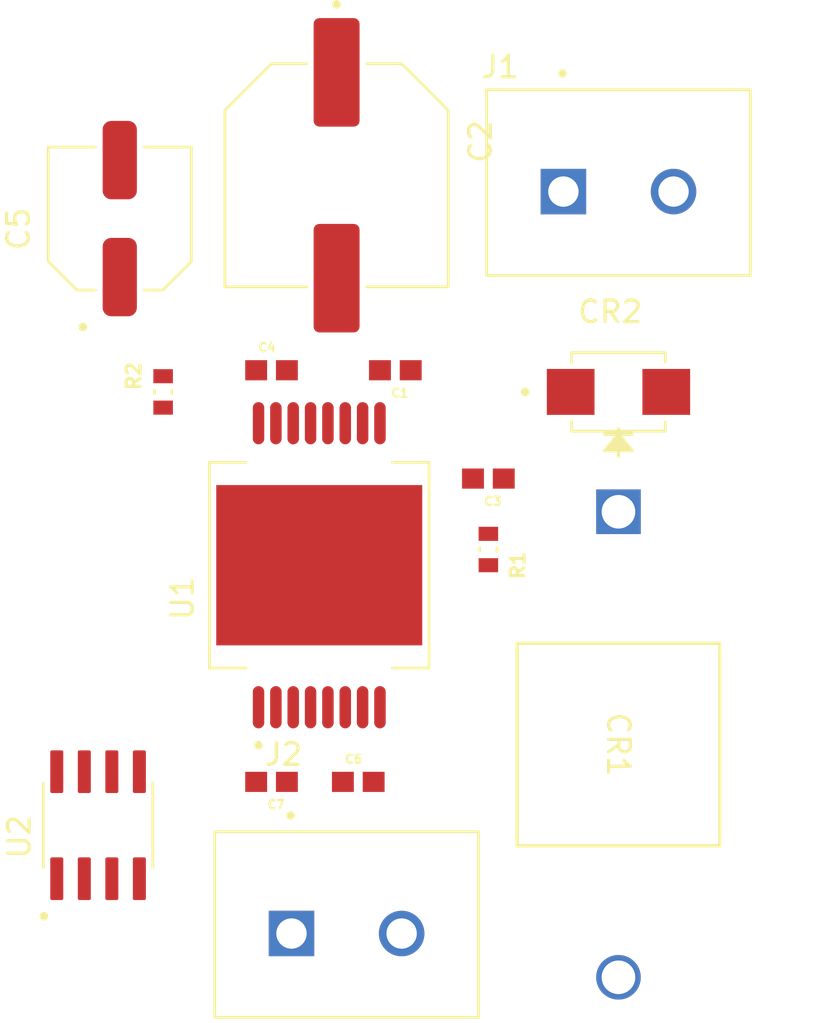
<source format=kicad_pcb>
(kicad_pcb (version 20221018) (generator pcbnew)
  (layers (0 "F.Cu" signal) (31 "B.Cu" signal) (34 "B.Paste" user) (35 "F.Paste" user) (36 "B.SilkS" user "B.Silkscreen") (37 "F.SilkS" user "F.Silkscreen") (38 "B.Mask" user) (39 "F.Mask" user) (44 "Edge.Cuts" user))
  (net 0 "")
  (net 1 "+15V")
  (net 2 "Net-(U1-CP)")
  (net 3 "Net-(C2-Pad2)")
  (net 4 "+5V")
  (net 5 "GND")
  (net 6 "Net-(U1-OUT1)")
  (net 7 "Net-(U1-OUT2)")
  (net 8 "Net-(CR2-Pad2)")
  (net 9 "/Enable")
  (net 10 "Net-(U1-REXT)")
  (net 11 "/SO")
  (net 12 "/ChipSel")
  (net 13 "/Direction")
  (net 14 "/Disable")
  (net 15 "/PWM")
  (net 16 "/SI")
  (net 17 "/SCK")
  (net 18 "Net-(U2-IN-)")
  (net 20 "/AOUT")
  (footprint "Diode_SMD:STTH4R02U" (layer "F.Cu") (at 151 62)
    (fp_text reference "CR2" (at -0.38 -3.6975) (layer "F.SilkS"))
    (fp_text value "STTH4R02U")
    (fp_line (start -2.1625 -1.8125) (end -2.1625 -1.38) (stroke (width 0.127)) (layer "F.SilkS"))
    (fp_line (start -2.1625 1.8125) (end -2.1625 1.38) (stroke (width 0.127)) (layer "F.SilkS"))
    (fp_line (start -2.1625 1.8125) (end 2.1625 1.8125) (stroke (width 0.127)) (layer "F.SilkS"))
    (fp_line (start 2.1625 -1.8125) (end -2.1625 -1.8125) (stroke (width 0.127)) (layer "F.SilkS"))
    (fp_line (start 2.1625 -1.38) (end 2.1625 -1.8125) (stroke (width 0.127)) (layer "F.SilkS"))
    (fp_line (start 2.1625 1.8125) (end 2.1625 1.38) (stroke (width 0.127)) (layer "F.SilkS"))
    (fp_circle (center -4.305 0) (end -4.205 0) (stroke (width 0.2)) (fill none) (layer "F.SilkS"))
    (pad "1" smd rect (at -2.205 0) (size 2.2 2.12) (layers "F.Cu" "F.Paste" "F.Mask") (net 1 "+15V"))
    (pad "2" smd rect (at 2.205 0) (size 2.2 2.12) (layers "F.Cu" "F.Paste" "F.Mask") (net 8 "Net-(CR2-Pad2)"))
  )
  (footprint "Connector:PHOENIX_1755736" (layer "F.Cu") (at 144.92 56.6225)
    (fp_text reference "J1" (at 0.62 -9.6225) (layer "F.SilkS"))
    (fp_text value "1755736")
    (fp_line (start 0 -8.57) (end 12.16 -8.57) (stroke (width 0.127)) (layer "F.SilkS"))
    (fp_line (start 0 0) (end 0 -8.57) (stroke (width 0.127)) (layer "F.SilkS"))
    (fp_line (start 12.16 -8.57) (end 12.16 0) (stroke (width 0.127)) (layer "F.SilkS"))
    (fp_line (start 12.16 0) (end 0 0) (stroke (width 0.127)) (layer "F.SilkS"))
    (fp_circle (center 3.5 -9.32) (end 3.6 -9.32) (stroke (width 0.2)) (fill none) (layer "F.SilkS"))
    (pad "1" thru_hole rect (at 3.54 -3.87) (size 2.1 2.1) (drill 1.4) (layers "*.Cu" "*.Mask") (net 5 "GND"))
    (pad "2" thru_hole circle (at 8.62 -3.87) (size 2.1 2.1) (drill 1.4) (layers "*.Cu" "*.Mask") (net 8 "Net-(CR2-Pad2)"))
  )
  (footprint "Capacitor_SMD:CAP_0603" (layer "F.Cu") (at 135 61)
    (fp_text reference "C4" (at -0.21 -1.05) (layer "F.SilkS") (effects (font (size 0.393701 0.393701))))
    (fp_text value "100n")
    (pad "1" smd rect (at -0.709 0) (size 1.01 0.93) (layers "F.Cu" "F.Paste" "F.Mask") (net 4 "+5V"))
    (pad "2" smd rect (at 0.709 0) (size 1.01 0.93) (layers "F.Cu" "F.Paste" "F.Mask") (net 5 "GND"))
  )
  (footprint "Package_SO:TMCS1108A4BQDRQ1" (layer "F.Cu") (at 127 82 90)
    (fp_text reference "U2" (at -0.53 -3.635 90) (layer "F.SilkS"))
    (fp_text value "TMCS1108A4BQDRQ1")
    (fp_line (start -1.9475 -2.525) (end 1.9475 -2.525) (stroke (width 0.127)) (layer "F.SilkS"))
    (fp_line (start -1.9475 2.525) (end 1.9475 2.525) (stroke (width 0.127)) (layer "F.SilkS"))
    (fp_circle (center -4.2 -2.5) (end -4.1 -2.5) (stroke (width 0.2)) (fill none) (layer "F.SilkS"))
    (pad "1" smd roundrect (at -2.47 -1.905 90) (size 1.97 0.6) (layers "F.Cu" "F.Paste" "F.Mask") (roundrect_rratio 0.125) (net 6 "Net-(U1-OUT1)"))
    (pad "2" smd roundrect (at -2.47 -0.635 90) (size 1.97 0.6) (layers "F.Cu" "F.Paste" "F.Mask") (roundrect_rratio 0.125) (net 6 "Net-(U1-OUT1)"))
    (pad "3" smd roundrect (at -2.47 0.635 90) (size 1.97 0.6) (layers "F.Cu" "F.Paste" "F.Mask") (roundrect_rratio 0.125) (net 18 "Net-(U2-IN-)"))
    (pad "4" smd roundrect (at -2.47 1.905 90) (size 1.97 0.6) (layers "F.Cu" "F.Paste" "F.Mask") (roundrect_rratio 0.125) (net 18 "Net-(U2-IN-)"))
    (pad "5" smd roundrect (at 2.47 1.905 90) (size 1.97 0.6) (layers "F.Cu" "F.Paste" "F.Mask") (roundrect_rratio 0.125) (net 5 "GND"))
    (pad "6" smd roundrect (at 2.47 0.635 90) (size 1.97 0.6) (layers "F.Cu" "F.Paste" "F.Mask") (roundrect_rratio 0.125))
    (pad "7" smd roundrect (at 2.47 -0.635 90) (size 1.97 0.6) (layers "F.Cu" "F.Paste" "F.Mask") (roundrect_rratio 0.125) (net 20 "/AOUT"))
    (pad "8" smd roundrect (at 2.47 -1.905 90) (size 1.97 0.6) (layers "F.Cu" "F.Paste" "F.Mask") (roundrect_rratio 0.125) (net 4 "+5V"))
  )
  (footprint "Capacitor_SMD:EDK106M050A9GAA" (layer "F.Cu") (at 128 54 90)
    (fp_text reference "C5" (at -0.475 -4.675 90) (layer "F.SilkS"))
    (fp_text value "10u")
    (fp_line (start -3.3 -1.98) (end -1.98 -3.3) (stroke (width 0.127)) (layer "F.SilkS"))
    (fp_line (start -3.3 -1.12) (end -3.3 -1.98) (stroke (width 0.127)) (layer "F.SilkS"))
    (fp_line (start -3.3 1.98) (end -3.3 1.12) (stroke (width 0.127)) (layer "F.SilkS"))
    (fp_line (start -1.98 -3.3) (end 3.3 -3.3) (stroke (width 0.127)) (layer "F.SilkS"))
    (fp_line (start -1.98 3.3) (end -3.3 1.98) (stroke (width 0.127)) (layer "F.SilkS"))
    (fp_line (start 3.3 -3.3) (end 3.3 -1.12) (stroke (width 0.127)) (layer "F.SilkS"))
    (fp_line (start 3.3 1.12) (end 3.3 3.3) (stroke (width 0.127)) (layer "F.SilkS"))
    (fp_line (start 3.3 3.3) (end -1.98 3.3) (stroke (width 0.127)) (layer "F.SilkS"))
    (fp_circle (center -5 -1.7) (end -4.9 -1.7) (stroke (width 0.2)) (fill none) (layer "F.SilkS"))
    (pad "1" smd roundrect (at -2.7 0 90) (size 3.62 1.58) (layers "F.Cu" "F.Paste" "F.Mask") (net 4 "+5V"))
    (pad "2" smd roundrect (at 2.7 0 90) (size 3.62 1.58) (layers "F.Cu" "F.Paste" "F.Mask") (net 5 "GND"))
  )
  (footprint "Resistor_SMD:RES_0603" (layer "F.Cu") (at 130 62 90)
    (fp_text reference "R2" (at 0.732 -1.3564 90) (layer "F.SilkS") (effects (font (size 0.64 0.64))))
    (fp_text value "10k")
    (fp_line (start -0.08 -0.4) (end 0.08 -0.4) (stroke (width 0.127)) (layer "F.SilkS"))
    (fp_line (start -0.08 0.4) (end 0.08 0.4) (stroke (width 0.127)) (layer "F.SilkS"))
    (pad "1" smd rect (at -0.725 0 90) (size 0.65 0.9) (layers "F.Cu" "F.Paste" "F.Mask") (net 10 "Net-(U1-REXT)"))
    (pad "2" smd rect (at 0.725 0 90) (size 0.65 0.9) (layers "F.Cu" "F.Paste" "F.Mask") (net 5 "GND"))
  )
  (footprint "Capacitor_SMD:CAP_0603" (layer "F.Cu") (at 145 66 180)
    (fp_text reference "C3" (at -0.21 -1.05) (layer "F.SilkS") (effects (font (size 0.393701 0.393701))))
    (fp_text value "1u")
    (pad "1" smd rect (at -0.709 0 180) (size 1.01 0.93) (layers "F.Cu" "F.Paste" "F.Mask") (net 1 "+15V"))
    (pad "2" smd rect (at 0.709 0 180) (size 1.01 0.93) (layers "F.Cu" "F.Paste" "F.Mask") (net 3 "Net-(C2-Pad2)"))
  )
  (footprint "Capacitor_SMD:CAP_0603" (layer "F.Cu") (at 135 80 180)
    (fp_text reference "C7" (at -0.21 -1.05) (layer "F.SilkS") (effects (font (size 0.393701 0.393701))))
    (fp_text value "10n")
    (pad "1" smd rect (at -0.709 0 180) (size 1.01 0.93) (layers "F.Cu" "F.Paste" "F.Mask") (net 7 "Net-(U1-OUT2)"))
    (pad "2" smd rect (at 0.709 0 180) (size 1.01 0.93) (layers "F.Cu" "F.Paste" "F.Mask") (net 5 "GND"))
  )
  (footprint "Capacitor_SMD:CAP_0603" (layer "F.Cu") (at 139 80)
    (fp_text reference "C6" (at -0.21 -1.05) (layer "F.SilkS") (effects (font (size 0.393701 0.393701))))
    (fp_text value "10n")
    (pad "1" smd rect (at -0.709 0) (size 1.01 0.93) (layers "F.Cu" "F.Paste" "F.Mask") (net 6 "Net-(U1-OUT1)"))
    (pad "2" smd rect (at 0.709 0) (size 1.01 0.93) (layers "F.Cu" "F.Paste" "F.Mask") (net 5 "GND"))
  )
  (footprint "Diode_THT:BZW50-27B" (layer "F.Cu") (at 151 67.53215 -90)
    (fp_text reference "CR1" (at 10.7442 0 -90 unlocked) (layer "F.SilkS"))
    (fp_text value "BZW50-27B")
    (fp_line (start -3.5814 -0.635) (end -3.5814 0.635) (stroke (width 0.1524)) (layer "F.SilkS"))
    (fp_line (start -3.5814 0) (end -2.8194 -0.635) (stroke (width 0.1524)) (layer "F.SilkS"))
    (fp_line (start -3.5814 0) (end -2.8194 -0.508) (stroke (width 0.1524)) (layer "F.SilkS"))
    (fp_line (start -3.5814 0) (end -2.8194 -0.381) (stroke (width 0.1524)) (layer "F.SilkS"))
    (fp_line (start -3.5814 0) (end -2.8194 -0.254) (stroke (width 0.1524)) (layer "F.SilkS"))
    (fp_line (start -3.5814 0) (end -2.8194 -0.127) (stroke (width 0.1524)) (layer "F.SilkS"))
    (fp_line (start -3.5814 0) (end -2.8194 0.127) (stroke (width 0.1524)) (layer "F.SilkS"))
    (fp_line (start -3.5814 0) (end -2.8194 0.254) (stroke (width 0.1524)) (layer "F.SilkS"))
    (fp_line (start -3.5814 0) (end -2.8194 0.381) (stroke (width 0.1524)) (layer "F.SilkS"))
    (fp_line (start -3.5814 0) (end -2.8194 0.508) (stroke (width 0.1524)) (layer "F.SilkS"))
    (fp_line (start -3.5814 0) (end -2.8194 0.635) (stroke (width 0.1524)) (layer "F.SilkS"))
    (fp_line (start -2.8194 -0.635) (end -2.8194 0.635) (stroke (width 0.1524)) (layer "F.SilkS"))
    (fp_line (start -2.5654 0) (end -3.8354 0) (stroke (width 0.1524)) (layer "F.SilkS"))
    (fp_line (start 6.0706 -4.6736) (end 6.0706 4.6736) (stroke (width 0.1524)) (layer "F.SilkS"))
    (fp_line (start 6.0706 4.6736) (end 15.4178 4.6736) (stroke (width 0.1524)) (layer "F.SilkS"))
    (fp_line (start 15.4178 -4.6736) (end 6.0706 -4.6736) (stroke (width 0.1524)) (layer "F.SilkS"))
    (fp_line (start 15.4178 4.6736) (end 15.4178 -4.6736) (stroke (width 0.1524)) (layer "F.SilkS"))
    (pad "1" thru_hole rect (at 0 0 270) (size 2.0574 2.0574) (drill 1.5494) (layers "*.Cu" "*.Mask") (net 1 "+15V"))
    (pad "2" thru_hole circle (at 21.4884 0 270) (size 2.0574 2.0574) (drill 1.5494) (layers "*.Cu" "*.Mask") (net 5 "GND"))
  )
  (footprint "Connector:PHOENIX_1755736" (layer "F.Cu") (at 132.38 90.87)
    (fp_text reference "J2" (at 3.175 -12.135) (layer "F.SilkS"))
    (fp_text value "1755736")
    (fp_line (start 0 -8.57) (end 12.16 -8.57) (stroke (width 0.127)) (layer "F.SilkS"))
    (fp_line (start 0 0) (end 0 -8.57) (stroke (width 0.127)) (layer "F.SilkS"))
    (fp_line (start 12.16 -8.57) (end 12.16 0) (stroke (width 0.127)) (layer "F.SilkS"))
    (fp_line (start 12.16 0) (end 0 0) (stroke (width 0.127)) (layer "F.SilkS"))
    (fp_circle (center 3.5 -9.32) (end 3.6 -9.32) (stroke (width 0.2)) (fill none) (layer "F.SilkS"))
    (pad "1" thru_hole rect (at 3.54 -3.87) (size 2.1 2.1) (drill 1.4) (layers "*.Cu" "*.Mask") (net 7 "Net-(U1-OUT2)"))
    (pad "2" thru_hole circle (at 8.62 -3.87) (size 2.1 2.1) (drill 1.4) (layers "*.Cu" "*.Mask") (net 18 "Net-(U2-IN-)"))
  )
  (footprint "Capacitor_SMD:CAP_0603" (layer "F.Cu") (at 140.709 61 180)
    (fp_text reference "C1" (at -0.21 -1.05) (layer "F.SilkS") (effects (font (size 0.393701 0.393701))))
    (fp_text value "100n")
    (pad "1" smd rect (at -0.709 0 180) (size 1.01 0.93) (layers "F.Cu" "F.Paste" "F.Mask") (net 1 "+15V"))
    (pad "2" smd rect (at 0.709 0 180) (size 1.01 0.93) (layers "F.Cu" "F.Paste" "F.Mask") (net 2 "Net-(U1-CP)"))
  )
  (footprint "Resistor_SMD:RES_0603" (layer "F.Cu") (at 145 69.275 -90)
    (fp_text reference "R1" (at 0.732 -1.3564 90) (layer "F.SilkS") (effects (font (size 0.64 0.64))))
    (fp_text value "22k")
    (fp_line (start -0.08 -0.4) (end 0.08 -0.4) (stroke (width 0.127)) (layer "F.SilkS"))
    (fp_line (start -0.08 0.4) (end 0.08 0.4) (stroke (width 0.127)) (layer "F.SilkS"))
    (pad "1" smd rect (at -0.725 0 270) (size 0.65 0.9) (layers "F.Cu" "F.Paste" "F.Mask") (net 9 "/Enable"))
    (pad "2" smd rect (at 0.725 0 270) (size 0.65 0.9) (layers "F.Cu" "F.Paste" "F.Mask") (net 5 "GND"))
  )
  (footprint "Package_SO:SOP80P1410X360-17N" (layer "F.Cu") (at 137.2 70 90)
    (fp_text reference "U1" (at -1.525 -6.315 90) (layer "F.SilkS"))
    (fp_text value "L9958SBTR")
    (fp_line (start -4.75 -5.064) (end -4.75 -3.379) (stroke (width 0.127)) (layer "F.SilkS"))
    (fp_line (start -4.75 -5.064) (end 4.75 -5.064) (stroke (width 0.127)) (layer "F.SilkS"))
    (fp_line (start -4.75 5.064) (end -4.75 3.379) (stroke (width 0.127)) (layer "F.SilkS"))
    (fp_line (start 4.75 -5.064) (end 4.75 -3.379) (stroke (width 0.127)) (layer "F.SilkS"))
    (fp_line (start 4.75 5.064) (end -4.75 5.064) (stroke (width 0.127)) (layer "F.SilkS"))
    (fp_line (start 4.75 5.064) (end 4.75 3.379) (stroke (width 0.127)) (layer "F.SilkS"))
    (fp_circle (center -8.305 -2.8) (end -8.205 -2.8) (stroke (width 0.2)) (fill none) (layer "F.SilkS"))
    (pad "1" smd oval (at -6.555 -2.8 90) (size 1.95 0.53) (layers "F.Cu" "F.Paste" "F.Mask") (net 5 "GND"))
    (pad "2" smd oval (at -6.555 -2 90) (size 1.95 0.53) (layers "F.Cu" "F.Paste" "F.Mask") (net 11 "/SO"))
    (pad "3" smd oval (at -6.555 -1.2 90) (size 1.95 0.53) (layers "F.Cu" "F.Paste" "F.Mask") (net 12 "/ChipSel"))
    (pad "4" smd oval (at -6.555 -0.4 90) (size 1.95 0.53) (layers "F.Cu" "F.Paste" "F.Mask") (net 2 "Net-(U1-CP)"))
    (pad "5" smd oval (at -6.555 0.4 90) (size 1.95 0.53) (layers "F.Cu" "F.Paste" "F.Mask") (net 13 "/Direction"))
    (pad "6" smd oval (at -6.555 1.2 90) (size 1.95 0.53) (layers "F.Cu" "F.Paste" "F.Mask") (net 6 "Net-(U1-OUT1)"))
    (pad "7" smd oval (at -6.555 2 90) (size 1.95 0.53) (layers "F.Cu" "F.Paste" "F.Mask") (net 14 "/Disable"))
    (pad "8" smd oval (at -6.555 2.8 90) (size 1.95 0.53) (layers "F.Cu" "F.Paste" "F.Mask") (net 5 "GND"))
    (pad "9" smd oval (at 6.555 2.8 90) (size 1.95 0.53) (layers "F.Cu" "F.Paste" "F.Mask") (net 9 "/Enable"))
    (pad "10" smd oval (at 6.555 2 90) (size 1.95 0.53) (layers "F.Cu" "F.Paste" "F.Mask") (net 7 "Net-(U1-OUT2)"))
    (pad "11" smd oval (at 6.555 1.2 90) (size 1.95 0.53) (layers "F.Cu" "F.Paste" "F.Mask") (net 15 "/PWM"))
    (pad "12" smd oval (at 6.555 0.4 90) (size 1.95 0.53) (layers "F.Cu" "F.Paste" "F.Mask") (net 10 "Net-(U1-REXT)"))
    (pad "13" smd oval (at 6.555 -0.4 90) (size 1.95 0.53) (layers "F.Cu" "F.Paste" "F.Mask") (net 1 "+15V"))
    (pad "14" smd oval (at 6.555 -1.2 90) (size 1.95 0.53) (layers "F.Cu" "F.Paste" "F.Mask") (net 16 "/SI"))
    (pad "15" smd oval (at 6.555 -2 90) (size 1.95 0.53) (layers "F.Cu" "F.Paste" "F.Mask") (net 17 "/SCK"))
    (pad "16" smd oval (at 6.555 -2.8 90) (size 1.95 0.53) (layers "F.Cu" "F.Paste" "F.Mask") (net 4 "+5V"))
    (pad "17" smd rect (at 0 0 90) (size 7.4 9.5) (layers "F.Cu" "F.Mask") (net 5 "GND"))
  )
  (footprint "Capacitor_SMD:EDK107M063A9PAA" (layer "F.Cu") (at 138 52 -90)
    (fp_text reference "C2" (at -1.555 -6.635 90) (layer "F.SilkS"))
    (fp_text value "100u")
    (fp_line (start -5.15 -3) (end -5.15 -1.38) (stroke (width 0.127)) (layer "F.SilkS"))
    (fp_line (start -5.15 1.38) (end -5.15 3) (stroke (width 0.127)) (layer "F.SilkS"))
    (fp_line (start -5.15 3) (end -3 5.15) (stroke (width 0.127)) (layer "F.SilkS"))
    (fp_line (start -3 -5.15) (end -5.15 -3) (stroke (width 0.127)) (layer "F.SilkS"))
    (fp_line (start -3 5.15) (end 5.15 5.15) (stroke (width 0.127)) (layer "F.SilkS"))
    (fp_line (start 5.15 -5.15) (end -3 -5.15) (stroke (width 0.127)) (layer "F.SilkS"))
    (fp_line (start 5.15 -1.38) (end 5.15 -5.15) (stroke (width 0.127)) (layer "F.SilkS"))
    (fp_line (start 5.15 5.15) (end 5.15 1.38) (stroke (width 0.127)) (layer "F.SilkS"))
    (fp_circle (center -7.89 0) (end -7.79 0) (stroke (width 0.2)) (fill none) (layer "F.SilkS"))
    (pad "1" smd roundrect (at -4.75 0 270) (size 5.01 2.12) (layers "F.Cu" "F.Paste" "F.Mask") (roundrect_rratio 0.125) (net 1 "+15V"))
    (pad "2" smd roundrect (at 4.75 0 270) (size 5.01 2.12) (layers "F.Cu" "F.Paste" "F.Mask") (roundrect_rratio 0.125) (net 3 "Net-(C2-Pad2)"))
  )
)
</source>
